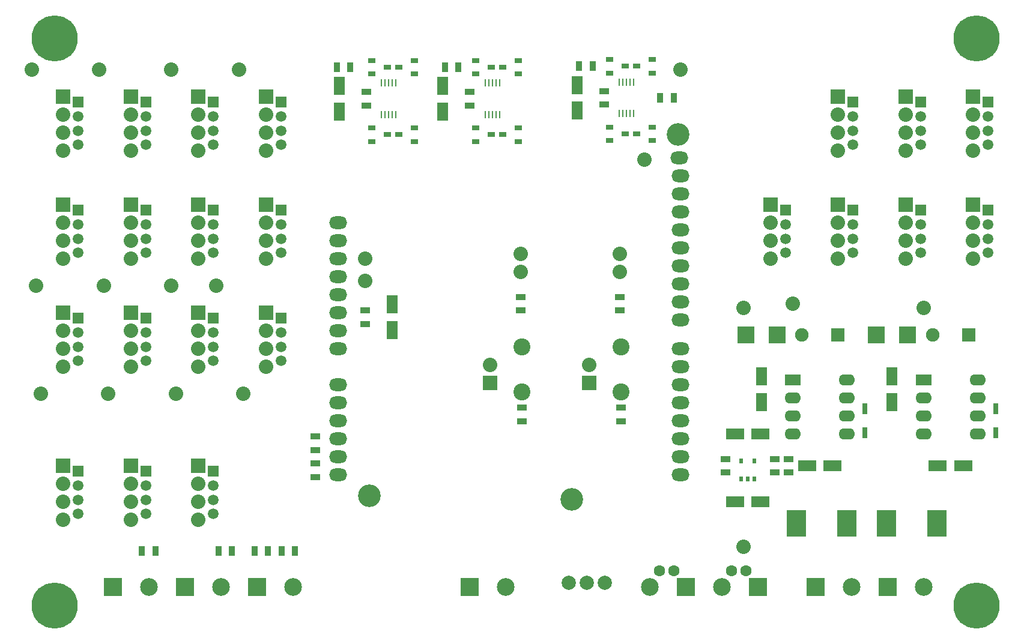
<source format=gts>
G04 (created by PCBNEW (2013-07-07 BZR 4022)-stable) date 07/05/2015 17:00:17*
%MOIN*%
G04 Gerber Fmt 3.4, Leading zero omitted, Abs format*
%FSLAX34Y34*%
G01*
G70*
G90*
G04 APERTURE LIST*
%ADD10C,0.00590551*%
%ADD11C,0.0945*%
%ADD12R,0.0394X0.0315*%
%ADD13R,0.055X0.035*%
%ADD14R,0.035X0.055*%
%ADD15R,0.0984X0.0984*%
%ADD16C,0.0984*%
%ADD17R,0.0106X0.0394*%
%ADD18C,0.08*%
%ADD19R,0.063X0.1024*%
%ADD20C,0.0787402*%
%ADD21R,0.02X0.03*%
%ADD22R,0.0314X0.0629*%
%ADD23R,0.075X0.075*%
%ADD24C,0.075*%
%ADD25R,0.1024X0.063*%
%ADD26C,0.2559*%
%ADD27R,0.0944X0.0944*%
%ADD28R,0.09X0.062*%
%ADD29O,0.09X0.062*%
%ADD30R,0.08X0.08*%
%ADD31C,0.0629921*%
%ADD32R,0.11X0.15*%
%ADD33R,0.0590551X0.0590551*%
%ADD34C,0.0590551*%
%ADD35O,0.1X0.0709*%
%ADD36C,0.125984*%
G04 APERTURE END LIST*
G54D10*
G54D11*
X36100Y-11250D03*
X36100Y-8750D03*
X30600Y-8750D03*
X30600Y-11250D03*
G54D12*
X28900Y6782D03*
X28034Y6407D03*
X28034Y7157D03*
X29534Y6782D03*
X30400Y7157D03*
X30400Y6407D03*
X23150Y3032D03*
X22284Y2657D03*
X22284Y3407D03*
X23784Y3032D03*
X24650Y3407D03*
X24650Y2657D03*
X23784Y6782D03*
X24650Y7157D03*
X24650Y6407D03*
X23150Y6782D03*
X22284Y6407D03*
X22284Y7157D03*
X36350Y3082D03*
X35484Y2707D03*
X35484Y3457D03*
X36984Y3082D03*
X37850Y3457D03*
X37850Y2707D03*
X36984Y6832D03*
X37850Y7207D03*
X37850Y6457D03*
X36350Y6832D03*
X35484Y6457D03*
X35484Y7207D03*
X29534Y3032D03*
X30400Y3407D03*
X30400Y2657D03*
X28900Y3032D03*
X28034Y2657D03*
X28034Y3407D03*
G54D13*
X36050Y-5975D03*
X36050Y-6725D03*
G54D14*
X26342Y6782D03*
X27092Y6782D03*
G54D13*
X27717Y5407D03*
X27717Y4657D03*
X36100Y-12875D03*
X36100Y-12125D03*
X30600Y-12875D03*
X30600Y-12125D03*
X19150Y-15225D03*
X19150Y-15975D03*
X19150Y-14475D03*
X19150Y-13725D03*
X30550Y-5975D03*
X30550Y-6725D03*
G54D14*
X20342Y6782D03*
X21092Y6782D03*
G54D13*
X21900Y-6725D03*
X21900Y-7475D03*
G54D14*
X38292Y5082D03*
X39042Y5082D03*
G54D13*
X21967Y5407D03*
X21967Y4657D03*
G54D14*
X16525Y-20100D03*
X15775Y-20100D03*
G54D13*
X35167Y5457D03*
X35167Y4707D03*
G54D14*
X33792Y6832D03*
X34542Y6832D03*
X18025Y-20100D03*
X17275Y-20100D03*
X14525Y-20100D03*
X13775Y-20100D03*
X10275Y-20100D03*
X9525Y-20100D03*
G54D15*
X46900Y-22100D03*
G54D16*
X48900Y-22100D03*
G54D15*
X7900Y-22100D03*
G54D16*
X9900Y-22100D03*
G54D15*
X11900Y-22100D03*
G54D16*
X13900Y-22100D03*
G54D15*
X15900Y-22100D03*
G54D16*
X17900Y-22100D03*
G54D15*
X27700Y-22100D03*
G54D16*
X29700Y-22100D03*
G54D17*
X36017Y4207D03*
X36217Y4207D03*
X36417Y4207D03*
X36617Y4207D03*
X36817Y4207D03*
X36817Y5957D03*
X36617Y5957D03*
X36417Y5957D03*
X36217Y5957D03*
X36017Y5957D03*
X28567Y4157D03*
X28767Y4157D03*
X28967Y4157D03*
X29167Y4157D03*
X29367Y4157D03*
X29367Y5907D03*
X29167Y5907D03*
X28967Y5907D03*
X28767Y5907D03*
X28567Y5907D03*
X22817Y4157D03*
X23017Y4157D03*
X23217Y4157D03*
X23417Y4157D03*
X23617Y4157D03*
X23617Y5907D03*
X23417Y5907D03*
X23217Y5907D03*
X23017Y5907D03*
X22817Y5907D03*
G54D18*
X30550Y-3600D03*
X30550Y-4600D03*
X36050Y-3600D03*
X36050Y-4600D03*
G54D19*
X26217Y5741D03*
X26217Y4323D03*
X20467Y5741D03*
X20467Y4323D03*
X23400Y-6391D03*
X23400Y-7809D03*
X33667Y5791D03*
X33667Y4373D03*
G54D20*
X34200Y-21850D03*
X35200Y-21850D03*
X33200Y-21850D03*
G54D21*
X42775Y-16100D03*
X43525Y-16100D03*
X42775Y-15100D03*
X43150Y-16100D03*
X43525Y-15100D03*
G54D22*
X56900Y-12181D03*
X56900Y-13519D03*
G54D13*
X44650Y-14975D03*
X44650Y-15725D03*
G54D15*
X50900Y-22100D03*
G54D16*
X52900Y-22100D03*
G54D23*
X55400Y-8100D03*
G54D24*
X53400Y-8100D03*
G54D19*
X51150Y-10391D03*
X51150Y-11809D03*
G54D25*
X43859Y-17350D03*
X42441Y-17350D03*
G54D26*
X4679Y-23125D03*
X55860Y8370D03*
X55860Y-23125D03*
G54D27*
X43034Y-8100D03*
X44766Y-8100D03*
X50284Y-8100D03*
X52016Y-8100D03*
G54D28*
X52900Y-10600D03*
G54D29*
X52900Y-11600D03*
X52900Y-12600D03*
X52900Y-13600D03*
X55900Y-13600D03*
X55900Y-12600D03*
X55900Y-11600D03*
X55900Y-10600D03*
G54D28*
X45650Y-10600D03*
G54D29*
X45650Y-11600D03*
X45650Y-12600D03*
X45650Y-13600D03*
X48650Y-13600D03*
X48650Y-12600D03*
X48650Y-11600D03*
X48650Y-10600D03*
G54D23*
X48150Y-8100D03*
G54D24*
X46150Y-8100D03*
G54D25*
X43859Y-13600D03*
X42441Y-13600D03*
G54D13*
X45400Y-14975D03*
X45400Y-15725D03*
X41900Y-14975D03*
X41900Y-15725D03*
G54D25*
X47859Y-15350D03*
X46441Y-15350D03*
G54D19*
X43900Y-10391D03*
X43900Y-11809D03*
G54D25*
X55109Y-15350D03*
X53691Y-15350D03*
G54D22*
X49650Y-12181D03*
X49650Y-13519D03*
G54D26*
X4679Y8370D03*
G54D30*
X28850Y-10750D03*
G54D18*
X28850Y-9750D03*
G54D30*
X34350Y-10750D03*
G54D18*
X34350Y-9750D03*
G54D15*
X43700Y-22100D03*
G54D16*
X41700Y-22100D03*
G54D31*
X43050Y-21200D03*
X42250Y-21200D03*
G54D15*
X39700Y-22100D03*
G54D16*
X37700Y-22100D03*
G54D31*
X39050Y-21200D03*
X38250Y-21200D03*
G54D32*
X48650Y-18550D03*
X45840Y-18550D03*
X53650Y-18550D03*
X50840Y-18550D03*
G54D18*
X39400Y6650D03*
X13650Y-5350D03*
X11150Y-5350D03*
X7400Y-5350D03*
X3650Y-5350D03*
X15150Y-11350D03*
X11400Y-11350D03*
X7650Y-11350D03*
X3900Y-11350D03*
X37400Y1650D03*
X21900Y-3850D03*
X42900Y-19850D03*
X42900Y-6600D03*
X52900Y-6600D03*
X45650Y-6350D03*
X14900Y6650D03*
X11150Y6650D03*
X7150Y6650D03*
X3400Y6650D03*
X21900Y-5100D03*
G54D30*
X8900Y-6850D03*
G54D18*
X8900Y-7850D03*
X8900Y-8850D03*
X8900Y-9850D03*
G54D33*
X9731Y-7168D03*
G54D34*
X9731Y-7956D03*
X9731Y-8743D03*
X9731Y-9531D03*
G54D30*
X5150Y-6850D03*
G54D18*
X5150Y-7850D03*
X5150Y-8850D03*
X5150Y-9850D03*
G54D33*
X5981Y-7168D03*
G54D34*
X5981Y-7956D03*
X5981Y-8743D03*
X5981Y-9531D03*
G54D30*
X12650Y-6850D03*
G54D18*
X12650Y-7850D03*
X12650Y-8850D03*
X12650Y-9850D03*
G54D33*
X13481Y-7168D03*
G54D34*
X13481Y-7956D03*
X13481Y-8743D03*
X13481Y-9531D03*
G54D30*
X16400Y-6850D03*
G54D18*
X16400Y-7850D03*
X16400Y-8850D03*
X16400Y-9850D03*
G54D33*
X17231Y-7168D03*
G54D34*
X17231Y-7956D03*
X17231Y-8743D03*
X17231Y-9531D03*
G54D30*
X8900Y-850D03*
G54D18*
X8900Y-1850D03*
X8900Y-2850D03*
X8900Y-3850D03*
G54D33*
X9731Y-1168D03*
G54D34*
X9731Y-1956D03*
X9731Y-2743D03*
X9731Y-3531D03*
G54D30*
X5150Y-850D03*
G54D18*
X5150Y-1850D03*
X5150Y-2850D03*
X5150Y-3850D03*
G54D33*
X5981Y-1168D03*
G54D34*
X5981Y-1956D03*
X5981Y-2743D03*
X5981Y-3531D03*
G54D30*
X12650Y-850D03*
G54D18*
X12650Y-1850D03*
X12650Y-2850D03*
X12650Y-3850D03*
G54D33*
X13481Y-1168D03*
G54D34*
X13481Y-1956D03*
X13481Y-2743D03*
X13481Y-3531D03*
G54D30*
X16400Y-850D03*
G54D18*
X16400Y-1850D03*
X16400Y-2850D03*
X16400Y-3850D03*
G54D33*
X17231Y-1168D03*
G54D34*
X17231Y-1956D03*
X17231Y-2743D03*
X17231Y-3531D03*
G54D30*
X16400Y5150D03*
G54D18*
X16400Y4150D03*
X16400Y3150D03*
X16400Y2150D03*
G54D33*
X17231Y4831D03*
G54D34*
X17231Y4043D03*
X17231Y3256D03*
X17231Y2468D03*
G54D30*
X12650Y5150D03*
G54D18*
X12650Y4150D03*
X12650Y3150D03*
X12650Y2150D03*
G54D33*
X13481Y4831D03*
G54D34*
X13481Y4043D03*
X13481Y3256D03*
X13481Y2468D03*
G54D30*
X8900Y5150D03*
G54D18*
X8900Y4150D03*
X8900Y3150D03*
X8900Y2150D03*
G54D33*
X9731Y4831D03*
G54D34*
X9731Y4043D03*
X9731Y3256D03*
X9731Y2468D03*
G54D30*
X5150Y5150D03*
G54D18*
X5150Y4150D03*
X5150Y3150D03*
X5150Y2150D03*
G54D33*
X5981Y4831D03*
G54D34*
X5981Y4043D03*
X5981Y3256D03*
X5981Y2468D03*
G54D30*
X8900Y-15350D03*
G54D18*
X8900Y-16350D03*
X8900Y-17350D03*
X8900Y-18350D03*
G54D33*
X9731Y-15668D03*
G54D34*
X9731Y-16456D03*
X9731Y-17243D03*
X9731Y-18031D03*
G54D30*
X12650Y-15350D03*
G54D18*
X12650Y-16350D03*
X12650Y-17350D03*
X12650Y-18350D03*
G54D33*
X13481Y-15668D03*
G54D34*
X13481Y-16456D03*
X13481Y-17243D03*
X13481Y-18031D03*
G54D30*
X44400Y-850D03*
G54D18*
X44400Y-1850D03*
X44400Y-2850D03*
X44400Y-3850D03*
G54D33*
X45231Y-1168D03*
G54D34*
X45231Y-1956D03*
X45231Y-2743D03*
X45231Y-3531D03*
G54D30*
X48150Y-850D03*
G54D18*
X48150Y-1850D03*
X48150Y-2850D03*
X48150Y-3850D03*
G54D33*
X48981Y-1168D03*
G54D34*
X48981Y-1956D03*
X48981Y-2743D03*
X48981Y-3531D03*
G54D30*
X5150Y-15350D03*
G54D18*
X5150Y-16350D03*
X5150Y-17350D03*
X5150Y-18350D03*
G54D33*
X5981Y-15668D03*
G54D34*
X5981Y-16456D03*
X5981Y-17243D03*
X5981Y-18031D03*
G54D30*
X48150Y5150D03*
G54D18*
X48150Y4150D03*
X48150Y3150D03*
X48150Y2150D03*
G54D33*
X48981Y4831D03*
G54D34*
X48981Y4043D03*
X48981Y3256D03*
X48981Y2468D03*
G54D30*
X55650Y5150D03*
G54D18*
X55650Y4150D03*
X55650Y3150D03*
X55650Y2150D03*
G54D33*
X56481Y4831D03*
G54D34*
X56481Y4043D03*
X56481Y3256D03*
X56481Y2468D03*
G54D30*
X55650Y-850D03*
G54D18*
X55650Y-1850D03*
X55650Y-2850D03*
X55650Y-3850D03*
G54D33*
X56481Y-1168D03*
G54D34*
X56481Y-1956D03*
X56481Y-2743D03*
X56481Y-3531D03*
G54D30*
X51900Y-850D03*
G54D18*
X51900Y-1850D03*
X51900Y-2850D03*
X51900Y-3850D03*
G54D33*
X52731Y-1168D03*
G54D34*
X52731Y-1956D03*
X52731Y-2743D03*
X52731Y-3531D03*
G54D30*
X51900Y5150D03*
G54D18*
X51900Y4150D03*
X51900Y3150D03*
X51900Y2150D03*
G54D33*
X52731Y4831D03*
G54D34*
X52731Y4043D03*
X52731Y3256D03*
X52731Y2468D03*
G54D35*
X20400Y-15850D03*
X20400Y-14850D03*
X20400Y-13850D03*
X20400Y-10850D03*
X20400Y-11850D03*
X20400Y-12850D03*
X20400Y-8850D03*
X20400Y-7850D03*
X20400Y-6850D03*
X20400Y-4850D03*
X20400Y-3850D03*
X39400Y-15850D03*
X39400Y-14850D03*
X39400Y-13850D03*
X39400Y-12850D03*
X39400Y-11850D03*
X39400Y-10850D03*
X39400Y-9850D03*
X39400Y-8850D03*
X39400Y-7250D03*
X39400Y-6250D03*
X39400Y-5250D03*
X39400Y-4250D03*
X39400Y-3250D03*
X39400Y-2250D03*
X39400Y-1250D03*
X39400Y-250D03*
X20400Y-5850D03*
X20400Y-2850D03*
X20400Y-1850D03*
X39400Y750D03*
X39350Y1750D03*
G54D36*
X39281Y3047D03*
X22155Y-17031D03*
X33376Y-17227D03*
M02*

</source>
